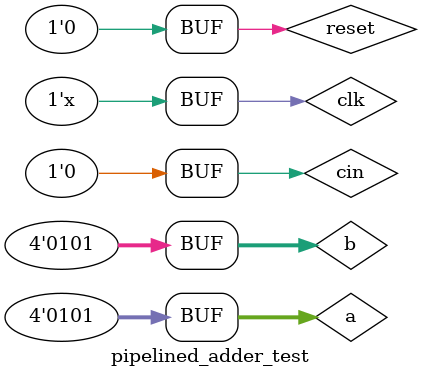
<source format=v>
module pipelined_adder_test;

reg clk,reset,cin;
reg [3:0] a,b;
wire [3:0] s;
wire cout;

pipelined_adder u1(clk,reset,a,b,cin,s,cout);
initial 
	begin
	a=5;
	b=5;
	cin=0;
	reset=1;
	clk=0;
	#20
	reset=0;
	end
always 
#10 clk=!clk;
endmodule 
</source>
